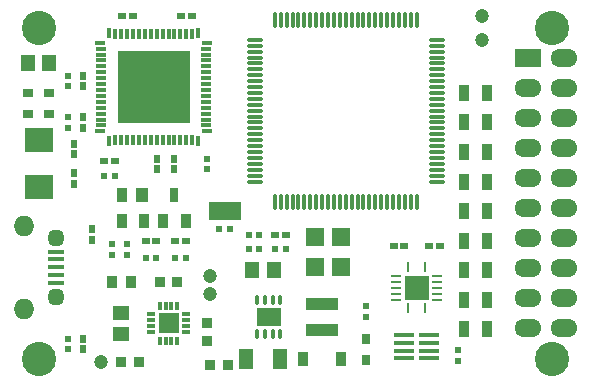
<source format=gts>
G04 #@! TF.FileFunction,Soldermask,Top*
%FSLAX46Y46*%
G04 Gerber Fmt 4.6, Leading zero omitted, Abs format (unit mm)*
G04 Created by KiCad (PCBNEW (after 2015-mar-04 BZR unknown)-product) date Thu 09 Apr 2015 03:29:38 PM EDT*
%MOMM*%
G01*
G04 APERTURE LIST*
%ADD10C,0.100000*%
%ADD11R,0.600000X0.650000*%
%ADD12O,0.300000X1.500000*%
%ADD13O,1.500000X0.300000*%
%ADD14R,0.800000X0.300000*%
%ADD15R,0.300000X0.800000*%
%ADD16R,1.800000X1.800000*%
%ADD17R,0.850000X0.280000*%
%ADD18R,0.280000X0.850000*%
%ADD19R,2.050000X2.050000*%
%ADD20R,0.300000X0.900000*%
%ADD21R,0.900000X0.300000*%
%ADD22R,6.150000X6.150000*%
%ADD23R,1.500000X1.500000*%
%ADD24O,0.300000X0.850000*%
%ADD25R,2.100000X1.600000*%
%ADD26R,0.900000X0.950000*%
%ADD27R,2.286000X1.524000*%
%ADD28O,2.286000X1.524000*%
%ADD29C,2.900000*%
%ADD30R,2.400000X2.000000*%
%ADD31R,0.899160X0.800100*%
%ADD32R,1.100000X1.300000*%
%ADD33R,0.900000X1.300000*%
%ADD34R,0.950000X1.000000*%
%ADD35R,1.350000X0.400000*%
%ADD36O,1.750000X1.750000*%
%ADD37O,1.450000X1.450000*%
%ADD38R,0.800000X1.300000*%
%ADD39R,1.600000X1.500000*%
%ADD40R,1.200000X1.800000*%
%ADD41R,0.900000X1.200000*%
%ADD42R,2.700000X1.000000*%
%ADD43R,1.727000X0.457000*%
%ADD44R,0.950000X1.450000*%
%ADD45R,0.600000X0.600000*%
%ADD46R,0.650000X0.600000*%
%ADD47R,1.450000X1.150000*%
%ADD48R,1.150000X1.450000*%
%ADD49R,0.800100X0.899160*%
%ADD50R,0.950000X0.900000*%
%ADD51C,1.200000*%
G04 APERTURE END LIST*
D10*
D11*
X112500000Y-101050000D03*
X112500000Y-101950000D03*
D12*
X122500000Y-104700000D03*
X123000000Y-104700000D03*
X123500000Y-104700000D03*
X124000000Y-104700000D03*
X124500000Y-104700000D03*
X125000000Y-104700000D03*
X125500000Y-104700000D03*
X126000000Y-104700000D03*
X126500000Y-104700000D03*
X127000000Y-104700000D03*
X127500000Y-104700000D03*
X128000000Y-104700000D03*
X128500000Y-104700000D03*
X129000000Y-104700000D03*
X129500000Y-104700000D03*
X130000000Y-104700000D03*
X130500000Y-104700000D03*
X131000000Y-104700000D03*
X131500000Y-104700000D03*
X132000000Y-104700000D03*
X132500000Y-104700000D03*
X133000000Y-104700000D03*
X133500000Y-104700000D03*
X134000000Y-104700000D03*
X134500000Y-104700000D03*
D13*
X136200000Y-103000000D03*
X136200000Y-102500000D03*
X136200000Y-102000000D03*
X136200000Y-101500000D03*
X136200000Y-101000000D03*
X136200000Y-100500000D03*
X136200000Y-100000000D03*
X136200000Y-99500000D03*
X136200000Y-99000000D03*
X136200000Y-98500000D03*
X136200000Y-98000000D03*
X136200000Y-97500000D03*
X136200000Y-97000000D03*
X136200000Y-96500000D03*
X136200000Y-96000000D03*
X136200000Y-95500000D03*
X136200000Y-95000000D03*
X136200000Y-94500000D03*
X136200000Y-94000000D03*
X136200000Y-93500000D03*
X136200000Y-93000000D03*
X136200000Y-92500000D03*
X136200000Y-92000000D03*
X136200000Y-91500000D03*
X136200000Y-91000000D03*
D12*
X134500000Y-89300000D03*
X134000000Y-89300000D03*
X133500000Y-89300000D03*
X133000000Y-89300000D03*
X132500000Y-89300000D03*
X132000000Y-89300000D03*
X131500000Y-89300000D03*
X131000000Y-89300000D03*
X130500000Y-89300000D03*
X130000000Y-89300000D03*
X129500000Y-89300000D03*
X129000000Y-89300000D03*
X128500000Y-89300000D03*
X128000000Y-89300000D03*
X127500000Y-89300000D03*
X127000000Y-89300000D03*
X126500000Y-89300000D03*
X126000000Y-89300000D03*
X125500000Y-89300000D03*
X125000000Y-89300000D03*
X124500000Y-89300000D03*
X124000000Y-89300000D03*
X123500000Y-89300000D03*
X123000000Y-89300000D03*
X122500000Y-89300000D03*
D13*
X120800000Y-91000000D03*
X120800000Y-91500000D03*
X120800000Y-92000000D03*
X120800000Y-92500000D03*
X120800000Y-93000000D03*
X120800000Y-93500000D03*
X120800000Y-94000000D03*
X120800000Y-94500000D03*
X120800000Y-95000000D03*
X120800000Y-95500000D03*
X120800000Y-96000000D03*
X120800000Y-96500000D03*
X120800000Y-97000000D03*
X120800000Y-97500000D03*
X120800000Y-98000000D03*
X120800000Y-98500000D03*
X120800000Y-99000000D03*
X120800000Y-99500000D03*
X120800000Y-100000000D03*
X120800000Y-100500000D03*
X120800000Y-101000000D03*
X120800000Y-101500000D03*
X120800000Y-102000000D03*
X120800000Y-102500000D03*
X120800000Y-103000000D03*
D14*
X112000000Y-114250000D03*
X112000000Y-114750000D03*
X112000000Y-115250000D03*
X112000000Y-115750000D03*
D15*
X112750000Y-116500000D03*
X113250000Y-116500000D03*
X113750000Y-116500000D03*
X114250000Y-116500000D03*
D14*
X115000000Y-115750000D03*
X115000000Y-115250000D03*
X115000000Y-114750000D03*
X115000000Y-114250000D03*
D15*
X114250000Y-113500000D03*
X113750000Y-113500000D03*
X113250000Y-113500000D03*
X112750000Y-113500000D03*
D16*
X113500000Y-115000000D03*
D17*
X132775000Y-111000000D03*
X132775000Y-111500000D03*
X132775000Y-112000000D03*
X132775000Y-112500000D03*
X132775000Y-113000000D03*
X136225000Y-113000000D03*
X136225000Y-112500000D03*
X136225000Y-112000000D03*
X136225000Y-111500000D03*
X136225000Y-111000000D03*
D18*
X133750000Y-113725000D03*
X135250000Y-113725000D03*
X135250000Y-110275000D03*
X133750000Y-110275000D03*
D19*
X134500000Y-112000000D03*
D20*
X108500000Y-99540000D03*
X109000000Y-99450000D03*
X109500000Y-99450000D03*
X110000000Y-99450000D03*
X110500000Y-99450000D03*
X111000000Y-99450000D03*
X111500000Y-99450000D03*
X112000000Y-99450000D03*
X112500000Y-99450000D03*
X113000000Y-99450000D03*
X113500000Y-99450000D03*
X114000000Y-99450000D03*
X114500000Y-99450000D03*
X115000000Y-99450000D03*
X115500000Y-99450000D03*
X116000000Y-99540000D03*
D21*
X116790000Y-98750000D03*
X116700000Y-98250000D03*
X116700000Y-97750000D03*
X116700000Y-97250000D03*
X116700000Y-96750000D03*
X116700000Y-96250000D03*
X116700000Y-95750000D03*
X116700000Y-95250000D03*
X116700000Y-94750000D03*
X116700000Y-94250000D03*
X116700000Y-93750000D03*
X116700000Y-93250000D03*
X116700000Y-92750000D03*
X116700000Y-92250000D03*
X116700000Y-91750000D03*
X116790000Y-91250000D03*
D20*
X116000000Y-90460000D03*
X115500000Y-90550000D03*
X115000000Y-90550000D03*
X114500000Y-90550000D03*
X114000000Y-90550000D03*
X113500000Y-90550000D03*
X113000000Y-90550000D03*
X112500000Y-90550000D03*
X112000000Y-90550000D03*
X111500000Y-90550000D03*
X111000000Y-90550000D03*
X110500000Y-90550000D03*
X110000000Y-90550000D03*
X109500000Y-90550000D03*
X109000000Y-90550000D03*
X108500000Y-90460000D03*
D21*
X107710000Y-91250000D03*
X107800000Y-91750000D03*
X107800000Y-92250000D03*
X107800000Y-92750000D03*
X107800000Y-93250000D03*
X107800000Y-93750000D03*
X107800000Y-94250000D03*
X107800000Y-94750000D03*
X107800000Y-95250000D03*
X107800000Y-95750000D03*
X107800000Y-96250000D03*
X107800000Y-96750000D03*
X107800000Y-97250000D03*
X107800000Y-97750000D03*
X107800000Y-98250000D03*
X107710000Y-98750000D03*
D22*
X112250000Y-95000000D03*
D23*
X118850000Y-105500000D03*
X117650000Y-105500000D03*
D24*
X122975000Y-113050000D03*
X122325000Y-113050000D03*
X121675000Y-113050000D03*
X121025000Y-113050000D03*
X121025000Y-115950000D03*
X121675000Y-115950000D03*
X122325000Y-115950000D03*
X122975000Y-115950000D03*
D25*
X122000000Y-114500000D03*
D26*
X117000000Y-118500000D03*
X118500000Y-118500000D03*
D27*
X143976000Y-92570000D03*
D28*
X143976000Y-95110000D03*
X143976000Y-97650000D03*
X143976000Y-100190000D03*
X143976000Y-102730000D03*
X143976000Y-105270000D03*
X143976000Y-107810000D03*
X143976000Y-110350000D03*
X143976000Y-112890000D03*
X143976000Y-115430000D03*
X147024000Y-92570000D03*
X147024000Y-95110000D03*
X147024000Y-97650000D03*
X147024000Y-100190000D03*
X147024000Y-102730000D03*
X147024000Y-105270000D03*
X147024000Y-107810000D03*
X147024000Y-110350000D03*
X147024000Y-112890000D03*
X147024000Y-115430000D03*
D29*
X146000000Y-118000000D03*
X146000000Y-90000000D03*
X102500000Y-118000000D03*
D30*
X102500000Y-99500000D03*
X102500000Y-103500000D03*
D29*
X102500000Y-90000000D03*
D31*
X101600840Y-95500000D03*
X103399160Y-95500000D03*
X101600840Y-97250000D03*
X103399160Y-97250000D03*
D32*
X111250000Y-104150000D03*
D33*
X109550000Y-104150000D03*
X109550000Y-106350000D03*
X111450000Y-106350000D03*
D34*
X108700000Y-111500000D03*
X110300000Y-111500000D03*
D35*
X104000000Y-108950000D03*
X104000000Y-109600000D03*
X104000000Y-110250000D03*
X104000000Y-110900000D03*
X104000000Y-111550000D03*
D36*
X101300000Y-106750000D03*
X101300000Y-113750000D03*
D37*
X104000000Y-107750000D03*
X104000000Y-112750000D03*
D33*
X113050000Y-106350000D03*
X114950000Y-106350000D03*
D38*
X114000000Y-104150000D03*
D39*
X128100000Y-110270000D03*
X128100000Y-107730000D03*
X125900000Y-107730000D03*
X125900000Y-110270000D03*
D40*
X122950000Y-118000000D03*
X120050000Y-118000000D03*
D41*
X124900000Y-118000000D03*
X128100000Y-118000000D03*
D42*
X126500000Y-115600000D03*
X126500000Y-113400000D03*
D43*
X135554000Y-117975000D03*
X135554000Y-117325000D03*
X135554000Y-116675000D03*
X135554000Y-116025000D03*
X133446000Y-116025000D03*
X133446000Y-116675000D03*
X133446000Y-117325000D03*
X133446000Y-117975000D03*
D44*
X140500000Y-95500000D03*
X138500000Y-95500000D03*
X140500000Y-98000000D03*
X138500000Y-98000000D03*
X140500000Y-100500000D03*
X138500000Y-100500000D03*
X140500000Y-103000000D03*
X138500000Y-103000000D03*
X140500000Y-105500000D03*
X138500000Y-105500000D03*
X140500000Y-108000000D03*
X138500000Y-108000000D03*
X140500000Y-110500000D03*
X138500000Y-110500000D03*
X140500000Y-113000000D03*
X138500000Y-113000000D03*
X140500000Y-115500000D03*
X138500000Y-115500000D03*
D45*
X105000000Y-94050000D03*
X105000000Y-94950000D03*
X105000000Y-98450000D03*
X105000000Y-97550000D03*
D46*
X110450000Y-89000000D03*
X109550000Y-89000000D03*
X114550000Y-89000000D03*
X115450000Y-89000000D03*
D11*
X106250000Y-94050000D03*
X106250000Y-94950000D03*
X106250000Y-98450000D03*
X106250000Y-97550000D03*
X114000000Y-101050000D03*
X114000000Y-101950000D03*
D26*
X111000000Y-118250000D03*
X109500000Y-118250000D03*
D45*
X120300000Y-107500000D03*
X121200000Y-107500000D03*
D11*
X105500000Y-99800000D03*
X105500000Y-100700000D03*
X105500000Y-103200000D03*
X105500000Y-102300000D03*
D46*
X108950000Y-101250000D03*
X108050000Y-101250000D03*
D45*
X108950000Y-102500000D03*
X108050000Y-102500000D03*
X116750000Y-101050000D03*
X116750000Y-101950000D03*
D11*
X106250000Y-116300000D03*
X106250000Y-117200000D03*
X107000000Y-107950000D03*
X107000000Y-107050000D03*
D45*
X108750000Y-108300000D03*
X108750000Y-109200000D03*
X110000000Y-108300000D03*
X110000000Y-109200000D03*
X105000000Y-116300000D03*
X105000000Y-117200000D03*
D47*
X109500000Y-114100000D03*
X109500000Y-115900000D03*
D48*
X103400000Y-93000000D03*
X101600000Y-93000000D03*
D46*
X111550000Y-108000000D03*
X112450000Y-108000000D03*
D45*
X111550000Y-109500000D03*
X112450000Y-109500000D03*
D46*
X114950000Y-108000000D03*
X114050000Y-108000000D03*
D45*
X114050000Y-109500000D03*
X114950000Y-109500000D03*
D46*
X133450000Y-108500000D03*
X132550000Y-108500000D03*
X135550000Y-108500000D03*
X136450000Y-108500000D03*
D45*
X123450000Y-108750000D03*
X122550000Y-108750000D03*
X121200000Y-108750000D03*
X120300000Y-108750000D03*
D48*
X122400000Y-110500000D03*
X120600000Y-110500000D03*
D45*
X138000000Y-118200000D03*
X138000000Y-117300000D03*
D49*
X130250000Y-118149160D03*
X130250000Y-116350840D03*
D45*
X130250000Y-113550000D03*
X130250000Y-114450000D03*
D26*
X112750000Y-111500000D03*
X114250000Y-111500000D03*
D46*
X123450000Y-107500000D03*
X122550000Y-107500000D03*
D50*
X116750000Y-116500000D03*
X116750000Y-115000000D03*
D51*
X140000000Y-89000000D03*
X140000000Y-91000000D03*
D45*
X117800000Y-107000000D03*
X118700000Y-107000000D03*
D51*
X107750000Y-118250000D03*
X117000000Y-111000000D03*
X117000000Y-112500000D03*
M02*

</source>
